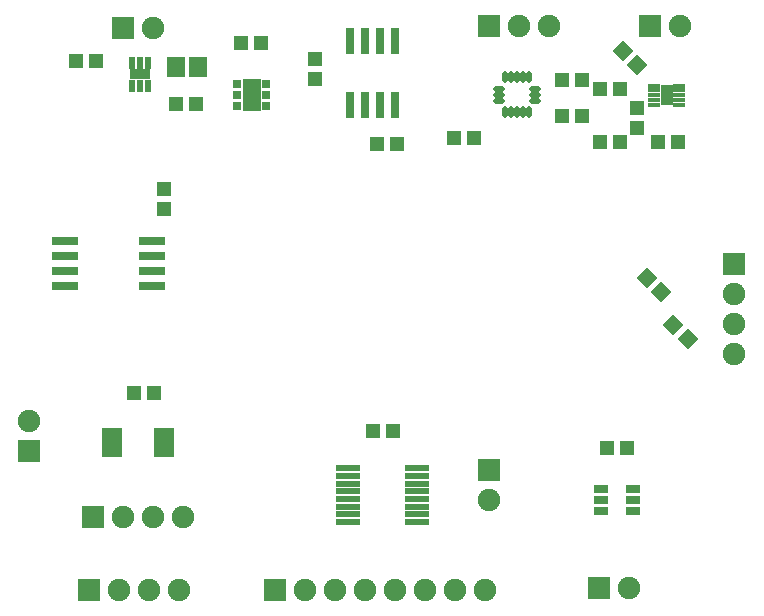
<source format=gts>
G04 DipTrace 3.1.0.0*
G04 SensorActuatorBreakout.gts*
%MOIN*%
G04 #@! TF.FileFunction,Soldermask,Top*
G04 #@! TF.Part,Single*
%AMOUTLINE1*
4,1,16,
0.009906,0.009309,
0.009017,0.0132,
0.006241,0.016683,
0.002226,0.018615,
-0.002226,0.018615,
-0.006241,0.016683,
-0.009017,0.0132,
-0.009906,0.009309,
-0.009906,-0.009309,
-0.009017,-0.0132,
-0.006241,-0.016683,
-0.002226,-0.018615,
0.002226,-0.018615,
0.006241,-0.016683,
0.009017,-0.0132,
0.009906,-0.009309,
0.009906,0.009309,
0*%
%AMOUTLINE4*
4,1,16,
0.009309,-0.009906,
0.0132,-0.009017,
0.016683,-0.006241,
0.018615,-0.002226,
0.018615,0.002226,
0.016683,0.006241,
0.0132,0.009017,
0.009309,0.009906,
-0.009309,0.009906,
-0.0132,0.009017,
-0.016683,0.006241,
-0.018615,0.002226,
-0.018615,-0.002226,
-0.016683,-0.006241,
-0.0132,-0.009017,
-0.009309,-0.009906,
0.009309,-0.009906,
0*%
%AMOUTLINE7*
4,1,4,
0.034888,-0.001392,
0.001392,-0.034888,
-0.034888,0.001392,
-0.001392,0.034888,
0.034888,-0.001392,
0*%
%AMOUTLINE10*
4,1,4,
-0.034888,0.001392,
-0.001392,0.034888,
0.034888,-0.001392,
0.001392,-0.034888,
-0.034888,0.001392,
0*%
%ADD46R,0.031622X0.08674*%
%ADD48R,0.039496X0.015874*%
%ADD50R,0.043433X0.067055*%
%ADD52R,0.067055X0.033591*%
%ADD54R,0.02178X0.041465*%
%ADD56C,0.074929*%
%ADD58R,0.074929X0.074929*%
%ADD60R,0.063118X0.106425*%
%ADD62R,0.031622X0.027685*%
%ADD64R,0.078866X0.023748*%
%ADD66R,0.08674X0.031622*%
%ADD68R,0.051307X0.031622*%
%ADD70R,0.04737X0.051307*%
%ADD72R,0.059181X0.067055*%
%ADD74R,0.051307X0.04737*%
%ADD76R,0.065087X0.019811*%
%ADD83OUTLINE1*%
%ADD86OUTLINE4*%
%ADD89OUTLINE7*%
%ADD92OUTLINE10*%
%FSLAX26Y26*%
G04*
G70*
G90*
G75*
G01*
G04 TopMask*
%LPD*%
D83*
X2067825Y2042219D3*
X2087510D3*
X2107196D3*
X2126881D3*
D86*
X2166251Y2081590D3*
Y2101275D3*
Y2120960D3*
D83*
X2126881Y2160330D3*
X2107196D3*
X2087510D3*
X2067825D3*
D86*
X2048140Y2120960D3*
Y2101275D3*
Y2081590D3*
D83*
X2146566Y2042219D3*
Y2160330D3*
D76*
X756483Y981438D3*
Y961753D3*
Y942068D3*
Y922383D3*
Y902698D3*
X929711D3*
Y922383D3*
Y942068D3*
Y961753D3*
Y981438D3*
D74*
X1962751Y1956500D3*
X1895822D3*
X2256325Y2150066D3*
X2323255D3*
X2256500Y2031500D3*
X2323429D3*
D72*
X969000Y2194000D3*
X1043803D3*
D74*
X969000Y2069000D3*
X1035929D3*
X831475Y1106425D3*
X898404D3*
D70*
X1433630Y2221026D3*
Y2154097D3*
X931500Y1719000D3*
Y1785929D3*
D74*
X1187749Y2275249D3*
X1254678D3*
X2406500Y925251D3*
X2473429D3*
X1694000Y981500D3*
X1627071D3*
D70*
X2506500Y2056500D3*
Y1989571D3*
D74*
X2450251Y1944000D3*
X2383322D3*
X2450251Y2119000D3*
X2383322D3*
D89*
X2506500Y2200249D3*
X2459175Y2247575D3*
D74*
X2575251Y1944000D3*
X2642180D3*
D68*
X2387562Y787709D3*
Y750307D3*
Y712906D3*
X2493861D3*
Y750307D3*
Y787709D3*
D66*
X600249Y1612622D3*
Y1562622D3*
Y1512622D3*
Y1462622D3*
X891588D3*
Y1512622D3*
Y1562622D3*
Y1612622D3*
D64*
X1543900Y856451D3*
Y830861D3*
Y805270D3*
Y779680D3*
Y754089D3*
Y728499D3*
Y702908D3*
Y677318D3*
X1772255D3*
X1772247Y702908D3*
Y728499D3*
Y754089D3*
Y779680D3*
Y805270D3*
Y830861D3*
Y856451D3*
D62*
X1269000Y2062749D3*
Y2100151D3*
Y2137552D3*
X1174512D3*
Y2100151D3*
Y2062749D3*
D60*
X1221756Y2100151D3*
D58*
X1300176Y450244D3*
D56*
X1400176D3*
X1500176D3*
X1600176D3*
X1700176D3*
X1800176D3*
X1900176D3*
X2000176D3*
D58*
X2381312Y456493D3*
D56*
X2481312D3*
D58*
X2012601Y2331297D3*
D56*
X2112601D3*
X2212601D3*
D58*
X793979Y2325047D3*
D56*
X893979D3*
D58*
X2550249Y2331500D3*
D56*
X2650249D3*
D58*
X694000Y694000D3*
D56*
X794000D3*
X894000D3*
X994000D3*
D58*
X681491Y450244D3*
D56*
X781491D3*
X881491D3*
X981491D3*
D58*
X481512Y912696D3*
D56*
Y1012696D3*
D58*
X2012601Y850202D3*
D56*
Y750202D3*
D58*
X2831265Y1537630D3*
D56*
Y1437630D3*
Y1337630D3*
Y1237630D3*
D54*
X875220Y2206310D3*
X849630D3*
X824039D3*
Y2131507D3*
X849630D3*
X875220D3*
D52*
X849630Y2168908D3*
D50*
X2606289Y2100071D3*
D48*
X2564950Y2115819D3*
Y2100071D3*
Y2084323D3*
Y2068575D3*
X2647627D3*
Y2084323D3*
Y2100071D3*
Y2115819D3*
Y2131567D3*
X2564950D3*
D74*
X637749Y2212751D3*
X704678D3*
X1706383Y1937588D3*
X1639454D3*
D92*
X2539088Y1490449D3*
X2586413Y1443123D3*
X2675251Y1287751D3*
X2627925Y1335076D3*
D46*
X1550150Y2068824D3*
X1600150D3*
X1650150D3*
X1700150D3*
Y2281423D3*
X1650150D3*
X1600150D3*
X1550150D3*
M02*

</source>
